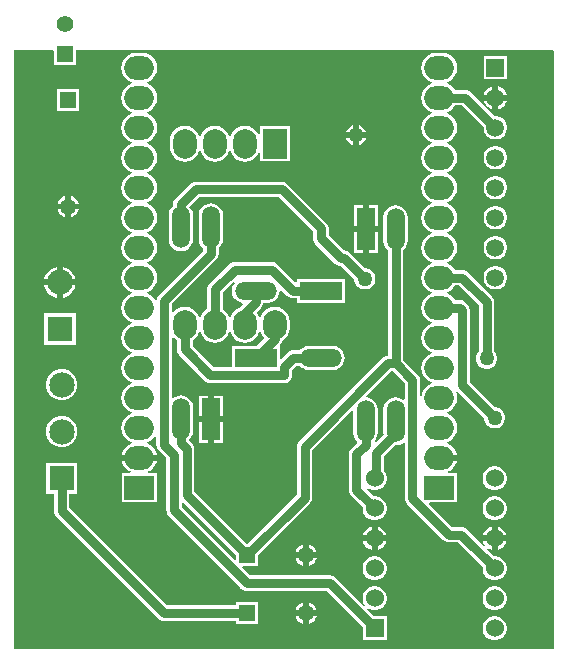
<source format=gbr>
G04*
G04 #@! TF.GenerationSoftware,Altium Limited,Altium Designer,25.0.2 (28)*
G04*
G04 Layer_Physical_Order=2*
G04 Layer_Color=16711680*
%FSLAX44Y44*%
%MOMM*%
G71*
G04*
G04 #@! TF.SameCoordinates,4711C13A-52D9-45D7-B3A0-D515BE669C82*
G04*
G04*
G04 #@! TF.FilePolarity,Positive*
G04*
G01*
G75*
%ADD38C,0.8000*%
%ADD39O,2.5000X2.0000*%
%ADD40R,2.5000X2.0000*%
%ADD41C,2.1500*%
%ADD42R,2.1500X2.1500*%
%ADD43C,1.5240*%
%ADD44R,1.5240X1.5240*%
%ADD45O,2.0000X2.5000*%
%ADD46R,2.0000X2.5000*%
%ADD47R,1.3500X1.3500*%
%ADD48C,1.3500*%
%ADD49C,1.5000*%
%ADD50R,1.5000X1.5000*%
%ADD51C,1.4000*%
%ADD52R,1.4000X1.4000*%
%ADD53R,1.3500X1.3500*%
%ADD54C,1.2700*%
%ADD55O,1.5240X3.5400*%
%ADD56R,1.5240X3.5400*%
%ADD57R,3.5400X1.5240*%
%ADD58O,3.5400X1.5240*%
G36*
X1255500Y1344622D02*
X1255500Y838500D01*
X798000D01*
Y1345479D01*
X831312Y1345482D01*
X832210Y1344584D01*
Y1333260D01*
X851290D01*
Y1345484D01*
X1254602Y1345520D01*
X1255500Y1344622D01*
D02*
G37*
%LPC*%
G36*
X1216040Y1340890D02*
X1195960D01*
Y1320810D01*
X1216040D01*
Y1340890D01*
D02*
G37*
G36*
X1208500Y1315174D02*
Y1307950D01*
X1215724D01*
X1215356Y1309325D01*
X1214034Y1311615D01*
X1212165Y1313484D01*
X1209875Y1314805D01*
X1208500Y1315174D01*
D02*
G37*
G36*
X1203500D02*
X1202125Y1314805D01*
X1199835Y1313484D01*
X1197966Y1311615D01*
X1196644Y1309325D01*
X1196276Y1307950D01*
X1203500D01*
Y1315174D01*
D02*
G37*
G36*
X1215724Y1302950D02*
X1208500D01*
Y1295726D01*
X1209875Y1296094D01*
X1212165Y1297416D01*
X1214034Y1299285D01*
X1215356Y1301575D01*
X1215724Y1302950D01*
D02*
G37*
G36*
X1203500D02*
X1196276D01*
X1196644Y1301575D01*
X1197966Y1299285D01*
X1199835Y1297416D01*
X1202125Y1296094D01*
X1203500Y1295726D01*
Y1302950D01*
D02*
G37*
G36*
X853540Y1312540D02*
X834960D01*
Y1293960D01*
X853540D01*
Y1312540D01*
D02*
G37*
G36*
X1090500Y1282284D02*
Y1276250D01*
X1096534D01*
X1096284Y1277181D01*
X1095114Y1279209D01*
X1093459Y1280864D01*
X1091431Y1282034D01*
X1090500Y1282284D01*
D02*
G37*
G36*
X1085500D02*
X1084569Y1282034D01*
X1082541Y1280864D01*
X1080886Y1279209D01*
X1079716Y1277181D01*
X1079466Y1276250D01*
X1085500D01*
Y1282284D01*
D02*
G37*
G36*
X993850Y1281648D02*
X990577Y1281217D01*
X987526Y1279954D01*
X984906Y1277943D01*
X982896Y1275324D01*
X981837Y1272767D01*
X980463D01*
X979404Y1275324D01*
X977394Y1277943D01*
X974774Y1279954D01*
X971724Y1281217D01*
X968450Y1281648D01*
X965177Y1281217D01*
X962126Y1279954D01*
X959507Y1277943D01*
X957496Y1275324D01*
X956438Y1272767D01*
X955063D01*
X954004Y1275324D01*
X951994Y1277943D01*
X949374Y1279954D01*
X946324Y1281217D01*
X943050Y1281648D01*
X939777Y1281217D01*
X936726Y1279954D01*
X934107Y1277943D01*
X932096Y1275324D01*
X930833Y1272273D01*
X930402Y1269000D01*
Y1264000D01*
X930833Y1260726D01*
X932096Y1257676D01*
X934107Y1255056D01*
X936726Y1253046D01*
X939777Y1251783D01*
X943050Y1251352D01*
X946324Y1251783D01*
X949374Y1253046D01*
X951994Y1255056D01*
X954004Y1257676D01*
X955063Y1260232D01*
X956438D01*
X957496Y1257676D01*
X959507Y1255056D01*
X962126Y1253046D01*
X965177Y1251783D01*
X968450Y1251352D01*
X971724Y1251783D01*
X974774Y1253046D01*
X977394Y1255056D01*
X979404Y1257676D01*
X980463Y1260232D01*
X981837D01*
X982896Y1257676D01*
X984906Y1255056D01*
X987526Y1253046D01*
X990577Y1251783D01*
X993850Y1251352D01*
X997124Y1251783D01*
X1000174Y1253046D01*
X1002794Y1255056D01*
X1004804Y1257676D01*
X1005440Y1259212D01*
X1006710Y1258959D01*
Y1251460D01*
X1031790D01*
Y1281540D01*
X1006710D01*
Y1274040D01*
X1005440Y1273788D01*
X1004804Y1275324D01*
X1002794Y1277943D01*
X1000174Y1279954D01*
X997124Y1281217D01*
X993850Y1281648D01*
D02*
G37*
G36*
X1096534Y1271250D02*
X1090500D01*
Y1265216D01*
X1091431Y1265466D01*
X1093459Y1266636D01*
X1095114Y1268291D01*
X1096284Y1270319D01*
X1096534Y1271250D01*
D02*
G37*
G36*
X1085500D02*
X1079466D01*
X1079716Y1270319D01*
X1080886Y1268291D01*
X1082541Y1266636D01*
X1084569Y1265466D01*
X1085500Y1265216D01*
Y1271250D01*
D02*
G37*
G36*
X1207322Y1264690D02*
X1204678D01*
X1202125Y1264006D01*
X1199835Y1262684D01*
X1197966Y1260815D01*
X1196644Y1258525D01*
X1195960Y1255972D01*
Y1253328D01*
X1196644Y1250775D01*
X1197966Y1248485D01*
X1199835Y1246616D01*
X1202125Y1245294D01*
X1204678Y1244610D01*
X1207322D01*
X1209875Y1245294D01*
X1212165Y1246616D01*
X1214034Y1248485D01*
X1215356Y1250775D01*
X1216040Y1253328D01*
Y1255972D01*
X1215356Y1258525D01*
X1214034Y1260815D01*
X1212165Y1262684D01*
X1209875Y1264006D01*
X1207322Y1264690D01*
D02*
G37*
G36*
Y1239290D02*
X1204678D01*
X1202125Y1238605D01*
X1199835Y1237284D01*
X1197966Y1235415D01*
X1196644Y1233125D01*
X1195960Y1230572D01*
Y1227928D01*
X1196644Y1225375D01*
X1197966Y1223085D01*
X1199835Y1221216D01*
X1202125Y1219894D01*
X1204678Y1219210D01*
X1207322D01*
X1209875Y1219894D01*
X1212165Y1221216D01*
X1214034Y1223085D01*
X1215356Y1225375D01*
X1216040Y1227928D01*
Y1230572D01*
X1215356Y1233125D01*
X1214034Y1235415D01*
X1212165Y1237284D01*
X1209875Y1238605D01*
X1207322Y1239290D01*
D02*
G37*
G36*
X846750Y1222198D02*
Y1215750D01*
X853198D01*
X852907Y1216836D01*
X851684Y1218954D01*
X849954Y1220684D01*
X847836Y1221907D01*
X846750Y1222198D01*
D02*
G37*
G36*
X841750D02*
X840664Y1221907D01*
X838546Y1220684D01*
X836816Y1218954D01*
X835593Y1216836D01*
X835302Y1215750D01*
X841750D01*
Y1222198D01*
D02*
G37*
G36*
X853198Y1210750D02*
X846750D01*
Y1204302D01*
X847836Y1204593D01*
X849954Y1205816D01*
X851684Y1207546D01*
X852907Y1209664D01*
X853198Y1210750D01*
D02*
G37*
G36*
X841750D02*
X835302D01*
X835593Y1209664D01*
X836816Y1207546D01*
X838546Y1205816D01*
X840664Y1204593D01*
X841750Y1204302D01*
Y1210750D01*
D02*
G37*
G36*
X1106260Y1214240D02*
X1098600D01*
Y1196500D01*
X1106260D01*
Y1214240D01*
D02*
G37*
G36*
X1093600D02*
X1085940D01*
Y1196500D01*
X1093600D01*
Y1214240D01*
D02*
G37*
G36*
X1207322Y1213890D02*
X1204678D01*
X1202125Y1213205D01*
X1199835Y1211884D01*
X1197966Y1210014D01*
X1196644Y1207725D01*
X1195960Y1205172D01*
Y1202528D01*
X1196644Y1199975D01*
X1197966Y1197685D01*
X1199835Y1195816D01*
X1202125Y1194494D01*
X1204678Y1193810D01*
X1207322D01*
X1209875Y1194494D01*
X1212165Y1195816D01*
X1214034Y1197685D01*
X1215356Y1199975D01*
X1216040Y1202528D01*
Y1205172D01*
X1215356Y1207725D01*
X1214034Y1210014D01*
X1212165Y1211884D01*
X1209875Y1213205D01*
X1207322Y1213890D01*
D02*
G37*
G36*
X1106260Y1191500D02*
X1098600D01*
Y1173760D01*
X1106260D01*
Y1191500D01*
D02*
G37*
G36*
X1093600D02*
X1085940D01*
Y1173760D01*
X1093600D01*
Y1191500D01*
D02*
G37*
G36*
X1207322Y1188490D02*
X1204678D01*
X1202125Y1187805D01*
X1199835Y1186484D01*
X1197966Y1184614D01*
X1196644Y1182325D01*
X1195960Y1179772D01*
Y1177128D01*
X1196644Y1174575D01*
X1197966Y1172285D01*
X1199835Y1170416D01*
X1202125Y1169094D01*
X1204678Y1168410D01*
X1207322D01*
X1209875Y1169094D01*
X1212165Y1170416D01*
X1214034Y1172285D01*
X1215356Y1174575D01*
X1216040Y1177128D01*
Y1179772D01*
X1215356Y1182325D01*
X1214034Y1184614D01*
X1212165Y1186484D01*
X1209875Y1187805D01*
X1207322Y1188490D01*
D02*
G37*
G36*
X839750Y1162089D02*
Y1151500D01*
X850339D01*
X849634Y1154130D01*
X847885Y1157160D01*
X845410Y1159635D01*
X842380Y1161384D01*
X839750Y1162089D01*
D02*
G37*
G36*
X834750D02*
X832120Y1161384D01*
X829090Y1159635D01*
X826615Y1157160D01*
X824866Y1154130D01*
X824161Y1151500D01*
X834750D01*
Y1162089D01*
D02*
G37*
G36*
X1025108Y1234432D02*
X952500D01*
X950793Y1234208D01*
X949202Y1233549D01*
X947836Y1232500D01*
X935086Y1219751D01*
X934037Y1218384D01*
X933379Y1216794D01*
X933154Y1215086D01*
Y1213385D01*
X932504Y1212886D01*
X930875Y1210764D01*
X929852Y1208292D01*
X929502Y1205640D01*
Y1185480D01*
X929852Y1182828D01*
X930875Y1180356D01*
X932504Y1178234D01*
X934626Y1176605D01*
X937098Y1175582D01*
X939750Y1175232D01*
X942402Y1175582D01*
X944874Y1176605D01*
X946996Y1178234D01*
X948625Y1180356D01*
X949649Y1182828D01*
X949998Y1185480D01*
Y1205640D01*
X949649Y1208292D01*
X948625Y1210764D01*
X946996Y1212886D01*
X946989Y1212996D01*
X955232Y1221240D01*
X1022376D01*
X1051640Y1191975D01*
Y1186278D01*
X1051865Y1184570D01*
X1052524Y1182980D01*
X1053572Y1181613D01*
X1070261Y1164924D01*
X1071627Y1163876D01*
X1073218Y1163217D01*
X1074926Y1162992D01*
X1075179D01*
X1086610Y1151561D01*
Y1150830D01*
X1087216Y1148569D01*
X1088386Y1146541D01*
X1090041Y1144886D01*
X1092069Y1143716D01*
X1094330Y1143110D01*
X1096670D01*
X1098931Y1143716D01*
X1100959Y1144886D01*
X1102614Y1146541D01*
X1103784Y1148569D01*
X1104390Y1150830D01*
Y1153170D01*
X1103784Y1155431D01*
X1102614Y1157459D01*
X1100959Y1159114D01*
X1098931Y1160284D01*
X1096670Y1160890D01*
X1095939D01*
X1082576Y1174253D01*
X1081210Y1175301D01*
X1079619Y1175960D01*
X1077912Y1176185D01*
X1077658D01*
X1064833Y1189010D01*
Y1194708D01*
X1064608Y1196415D01*
X1063949Y1198006D01*
X1062901Y1199372D01*
X1029772Y1232500D01*
X1028406Y1233549D01*
X1026815Y1234208D01*
X1025108Y1234432D01*
D02*
G37*
G36*
X1207322Y1163090D02*
X1204678D01*
X1202125Y1162405D01*
X1199835Y1161084D01*
X1197966Y1159214D01*
X1196644Y1156925D01*
X1195960Y1154372D01*
Y1151728D01*
X1196644Y1149174D01*
X1197966Y1146885D01*
X1199835Y1145016D01*
X1202125Y1143694D01*
X1204678Y1143010D01*
X1207322D01*
X1209875Y1143694D01*
X1212165Y1145016D01*
X1214034Y1146885D01*
X1215356Y1149174D01*
X1216040Y1151728D01*
Y1154372D01*
X1215356Y1156925D01*
X1214034Y1159214D01*
X1212165Y1161084D01*
X1209875Y1162405D01*
X1207322Y1163090D01*
D02*
G37*
G36*
X850339Y1146500D02*
X839750D01*
Y1135911D01*
X842380Y1136616D01*
X845410Y1138365D01*
X847885Y1140840D01*
X849634Y1143870D01*
X850339Y1146500D01*
D02*
G37*
G36*
X834750D02*
X824161D01*
X824866Y1143870D01*
X826615Y1140840D01*
X829090Y1138365D01*
X832120Y1136616D01*
X834750Y1135911D01*
Y1146500D01*
D02*
G37*
G36*
X850540Y1122690D02*
X823960D01*
Y1096110D01*
X850540D01*
Y1122690D01*
D02*
G37*
G36*
X1161000Y1343448D02*
X1156000D01*
X1152727Y1343017D01*
X1149676Y1341754D01*
X1147057Y1339744D01*
X1145046Y1337124D01*
X1143783Y1334074D01*
X1143352Y1330800D01*
X1143783Y1327526D01*
X1145046Y1324476D01*
X1147057Y1321856D01*
X1149676Y1319846D01*
X1152233Y1318787D01*
Y1317413D01*
X1149676Y1316354D01*
X1147057Y1314344D01*
X1145046Y1311724D01*
X1143783Y1308674D01*
X1143352Y1305400D01*
X1143783Y1302126D01*
X1145046Y1299076D01*
X1147057Y1296456D01*
X1149676Y1294446D01*
X1152233Y1293387D01*
Y1292013D01*
X1149676Y1290954D01*
X1147057Y1288944D01*
X1145046Y1286324D01*
X1143783Y1283274D01*
X1143352Y1280000D01*
X1143783Y1276726D01*
X1145046Y1273676D01*
X1147057Y1271056D01*
X1149676Y1269046D01*
X1152233Y1267987D01*
Y1266613D01*
X1149676Y1265554D01*
X1147057Y1263544D01*
X1145046Y1260924D01*
X1143783Y1257874D01*
X1143352Y1254600D01*
X1143783Y1251326D01*
X1145046Y1248276D01*
X1147057Y1245656D01*
X1149676Y1243646D01*
X1152233Y1242587D01*
Y1241213D01*
X1149676Y1240154D01*
X1147057Y1238144D01*
X1145046Y1235524D01*
X1143783Y1232474D01*
X1143352Y1229200D01*
X1143783Y1225926D01*
X1145046Y1222876D01*
X1147057Y1220256D01*
X1149676Y1218246D01*
X1152233Y1217187D01*
Y1215813D01*
X1149676Y1214754D01*
X1147057Y1212744D01*
X1145046Y1210124D01*
X1143783Y1207074D01*
X1143352Y1203800D01*
X1143783Y1200526D01*
X1145046Y1197476D01*
X1147057Y1194856D01*
X1149676Y1192846D01*
X1152233Y1191787D01*
Y1190413D01*
X1149676Y1189354D01*
X1147057Y1187344D01*
X1145046Y1184724D01*
X1143783Y1181674D01*
X1143352Y1178400D01*
X1143783Y1175126D01*
X1145046Y1172076D01*
X1147057Y1169456D01*
X1149676Y1167446D01*
X1152233Y1166387D01*
Y1165013D01*
X1149676Y1163954D01*
X1147057Y1161944D01*
X1145046Y1159324D01*
X1143783Y1156274D01*
X1143352Y1153000D01*
X1143783Y1149726D01*
X1145046Y1146676D01*
X1147057Y1144056D01*
X1149676Y1142046D01*
X1152233Y1140987D01*
Y1139613D01*
X1149676Y1138554D01*
X1147057Y1136544D01*
X1145046Y1133924D01*
X1143783Y1130874D01*
X1143352Y1127600D01*
X1143783Y1124326D01*
X1145046Y1121276D01*
X1147057Y1118656D01*
X1149676Y1116646D01*
X1152233Y1115587D01*
Y1114213D01*
X1149676Y1113154D01*
X1147057Y1111144D01*
X1145046Y1108524D01*
X1143783Y1105474D01*
X1143352Y1102200D01*
X1143783Y1098926D01*
X1145046Y1095876D01*
X1147057Y1093256D01*
X1149676Y1091246D01*
X1152233Y1090187D01*
Y1088813D01*
X1149676Y1087754D01*
X1147057Y1085744D01*
X1145046Y1083124D01*
X1143783Y1080074D01*
X1143352Y1076800D01*
X1143783Y1073526D01*
X1145046Y1070476D01*
X1147057Y1067856D01*
X1149676Y1065846D01*
X1152233Y1064787D01*
Y1063413D01*
X1149676Y1062354D01*
X1147057Y1060344D01*
X1145046Y1057724D01*
X1143783Y1054674D01*
X1143526Y1052725D01*
X1142256Y1052809D01*
Y1066353D01*
X1142032Y1068061D01*
X1141373Y1069652D01*
X1140324Y1071018D01*
X1128096Y1083246D01*
Y1176175D01*
X1128746Y1176674D01*
X1130375Y1178796D01*
X1131398Y1181268D01*
X1131748Y1183920D01*
Y1204080D01*
X1131398Y1206732D01*
X1130375Y1209204D01*
X1128746Y1211326D01*
X1126624Y1212955D01*
X1124152Y1213979D01*
X1121500Y1214328D01*
X1118848Y1213979D01*
X1116376Y1212955D01*
X1114254Y1211326D01*
X1112625Y1209204D01*
X1111601Y1206732D01*
X1111252Y1204080D01*
Y1183920D01*
X1111601Y1181268D01*
X1112625Y1178796D01*
X1114254Y1176674D01*
X1114903Y1176175D01*
Y1087088D01*
X1113361Y1086885D01*
X1111770Y1086226D01*
X1110404Y1085178D01*
X1039703Y1014477D01*
X1038655Y1013111D01*
X1037996Y1011520D01*
X1037771Y1009813D01*
Y969600D01*
X995750Y927579D01*
X951217Y972112D01*
Y1007950D01*
X950992Y1009658D01*
X950333Y1011248D01*
X949285Y1012615D01*
X946949Y1014951D01*
X946996Y1015674D01*
X948625Y1017796D01*
X949649Y1020268D01*
X949998Y1022920D01*
Y1043080D01*
X949649Y1045732D01*
X948625Y1048204D01*
X946996Y1050326D01*
X944874Y1051955D01*
X942402Y1052979D01*
X939750Y1053328D01*
X937098Y1052979D01*
X934626Y1051955D01*
X933442Y1051047D01*
X932172Y1051673D01*
Y1102202D01*
X933375Y1102610D01*
X934107Y1101656D01*
X936454Y1099855D01*
Y1092200D01*
X936678Y1090493D01*
X937337Y1088902D01*
X938386Y1087536D01*
X959976Y1065946D01*
X961342Y1064897D01*
X962933Y1064238D01*
X964640Y1064014D01*
X1027430D01*
X1029137Y1064238D01*
X1030728Y1064897D01*
X1032094Y1065946D01*
X1033143Y1067312D01*
X1033802Y1068903D01*
X1034026Y1070610D01*
Y1074648D01*
X1037782Y1078404D01*
X1040425D01*
X1040924Y1077754D01*
X1043046Y1076125D01*
X1045518Y1075101D01*
X1048170Y1074752D01*
X1068330D01*
X1070982Y1075101D01*
X1073454Y1076125D01*
X1075576Y1077754D01*
X1077205Y1079876D01*
X1078229Y1082348D01*
X1078578Y1085000D01*
X1078229Y1087652D01*
X1077205Y1090124D01*
X1075576Y1092246D01*
X1073454Y1093875D01*
X1070982Y1094899D01*
X1068330Y1095248D01*
X1048170D01*
X1045518Y1094899D01*
X1043046Y1093875D01*
X1040924Y1092246D01*
X1040425Y1091597D01*
X1035050D01*
X1033343Y1091372D01*
X1031752Y1090713D01*
X1030386Y1089665D01*
X1024413Y1083692D01*
X1023240Y1084178D01*
Y1095160D01*
X1023240Y1095160D01*
X1023240D01*
X1023627Y1096299D01*
X1023915Y1096586D01*
X1024963Y1097952D01*
X1025622Y1099543D01*
X1025642Y1099699D01*
X1028194Y1101656D01*
X1030204Y1104276D01*
X1031467Y1107327D01*
X1031898Y1110600D01*
Y1115600D01*
X1031467Y1118874D01*
X1030204Y1121924D01*
X1028194Y1124544D01*
X1025574Y1126554D01*
X1022524Y1127817D01*
X1019250Y1128248D01*
X1015977Y1127817D01*
X1012926Y1126554D01*
X1010306Y1124544D01*
X1008297Y1121924D01*
X1007237Y1119368D01*
X1005863D01*
X1004804Y1121924D01*
X1003660Y1123415D01*
X1007664Y1127419D01*
X1008712Y1128785D01*
X1009371Y1130376D01*
X1009553Y1131752D01*
X1013080D01*
X1015732Y1132102D01*
X1018204Y1133125D01*
X1020326Y1134754D01*
X1021955Y1136876D01*
X1022979Y1139348D01*
X1023309Y1141855D01*
X1024116Y1142389D01*
X1024421Y1142539D01*
X1029624Y1137336D01*
X1030990Y1136288D01*
X1032581Y1135629D01*
X1034288Y1135404D01*
X1038010D01*
Y1131840D01*
X1078490D01*
Y1152160D01*
X1038010D01*
Y1149273D01*
X1036740Y1148877D01*
X1021189Y1164428D01*
X1019822Y1165477D01*
X1018232Y1166136D01*
X1016524Y1166360D01*
X985214D01*
X983507Y1166136D01*
X981916Y1165477D01*
X980550Y1164428D01*
X963786Y1147664D01*
X962738Y1146298D01*
X962078Y1144707D01*
X961854Y1143000D01*
Y1126345D01*
X959507Y1124544D01*
X957496Y1121924D01*
X956438Y1119368D01*
X955063D01*
X954004Y1121924D01*
X951994Y1124544D01*
X949374Y1126554D01*
X946324Y1127817D01*
X943050Y1128248D01*
X939777Y1127817D01*
X936726Y1126554D01*
X934107Y1124544D01*
X933375Y1123590D01*
X932172Y1123999D01*
Y1130870D01*
X969815Y1168512D01*
X970863Y1169878D01*
X971522Y1171469D01*
X971747Y1173176D01*
Y1177735D01*
X972396Y1178234D01*
X974025Y1180356D01*
X975049Y1182828D01*
X975398Y1185480D01*
Y1205640D01*
X975049Y1208292D01*
X974025Y1210764D01*
X972396Y1212886D01*
X970274Y1214515D01*
X967802Y1215538D01*
X965150Y1215888D01*
X962498Y1215538D01*
X960026Y1214515D01*
X957904Y1212886D01*
X956275Y1210764D01*
X955251Y1208292D01*
X954902Y1205640D01*
Y1185480D01*
X955251Y1182828D01*
X956275Y1180356D01*
X957904Y1178234D01*
X958554Y1177735D01*
Y1175909D01*
X920912Y1138266D01*
X919863Y1136900D01*
X919204Y1135309D01*
X919091Y1134446D01*
X918663Y1134250D01*
X917772Y1134161D01*
X915944Y1136544D01*
X913324Y1138554D01*
X910768Y1139613D01*
Y1140987D01*
X913324Y1142046D01*
X915944Y1144056D01*
X917954Y1146676D01*
X919217Y1149726D01*
X919648Y1153000D01*
X919217Y1156274D01*
X917954Y1159324D01*
X915944Y1161944D01*
X913324Y1163954D01*
X910768Y1165013D01*
Y1166387D01*
X913324Y1167446D01*
X915944Y1169456D01*
X917954Y1172076D01*
X919217Y1175126D01*
X919648Y1178400D01*
X919217Y1181674D01*
X917954Y1184724D01*
X915944Y1187344D01*
X913324Y1189354D01*
X910768Y1190413D01*
Y1191787D01*
X913324Y1192846D01*
X915944Y1194856D01*
X917954Y1197476D01*
X919217Y1200526D01*
X919648Y1203800D01*
X919217Y1207074D01*
X917954Y1210124D01*
X915944Y1212744D01*
X913324Y1214754D01*
X910768Y1215813D01*
Y1217187D01*
X913324Y1218246D01*
X915944Y1220256D01*
X917954Y1222876D01*
X919217Y1225926D01*
X919648Y1229200D01*
X919217Y1232474D01*
X917954Y1235524D01*
X915944Y1238144D01*
X913324Y1240154D01*
X910768Y1241213D01*
Y1242587D01*
X913324Y1243646D01*
X915944Y1245656D01*
X917954Y1248276D01*
X919217Y1251326D01*
X919648Y1254600D01*
X919217Y1257874D01*
X917954Y1260924D01*
X915944Y1263544D01*
X913324Y1265554D01*
X910768Y1266613D01*
Y1267987D01*
X913324Y1269046D01*
X915944Y1271056D01*
X917954Y1273676D01*
X919217Y1276726D01*
X919648Y1280000D01*
X919217Y1283274D01*
X917954Y1286324D01*
X915944Y1288944D01*
X913324Y1290954D01*
X910768Y1292013D01*
Y1293387D01*
X913324Y1294446D01*
X915944Y1296456D01*
X917954Y1299076D01*
X919217Y1302126D01*
X919648Y1305400D01*
X919217Y1308674D01*
X917954Y1311724D01*
X915944Y1314344D01*
X913324Y1316354D01*
X910768Y1317413D01*
Y1318787D01*
X913324Y1319846D01*
X915944Y1321856D01*
X917954Y1324476D01*
X919217Y1327526D01*
X919648Y1330800D01*
X919217Y1334074D01*
X917954Y1337124D01*
X915944Y1339744D01*
X913324Y1341754D01*
X910274Y1343017D01*
X907000Y1343448D01*
X902000D01*
X898727Y1343017D01*
X895676Y1341754D01*
X893056Y1339744D01*
X891046Y1337124D01*
X889783Y1334074D01*
X889352Y1330800D01*
X889783Y1327526D01*
X891046Y1324476D01*
X893056Y1321856D01*
X895676Y1319846D01*
X898233Y1318787D01*
Y1317413D01*
X895676Y1316354D01*
X893056Y1314344D01*
X891046Y1311724D01*
X889783Y1308674D01*
X889352Y1305400D01*
X889783Y1302126D01*
X891046Y1299076D01*
X893056Y1296456D01*
X895676Y1294446D01*
X898233Y1293387D01*
Y1292013D01*
X895676Y1290954D01*
X893056Y1288944D01*
X891046Y1286324D01*
X889783Y1283274D01*
X889352Y1280000D01*
X889783Y1276726D01*
X891046Y1273676D01*
X893056Y1271056D01*
X895676Y1269046D01*
X898233Y1267987D01*
Y1266613D01*
X895676Y1265554D01*
X893056Y1263544D01*
X891046Y1260924D01*
X889783Y1257874D01*
X889352Y1254600D01*
X889783Y1251326D01*
X891046Y1248276D01*
X893056Y1245656D01*
X895676Y1243646D01*
X898233Y1242587D01*
Y1241213D01*
X895676Y1240154D01*
X893056Y1238144D01*
X891046Y1235524D01*
X889783Y1232474D01*
X889352Y1229200D01*
X889783Y1225926D01*
X891046Y1222876D01*
X893056Y1220256D01*
X895676Y1218246D01*
X898233Y1217187D01*
Y1215813D01*
X895676Y1214754D01*
X893056Y1212744D01*
X891046Y1210124D01*
X889783Y1207074D01*
X889352Y1203800D01*
X889783Y1200526D01*
X891046Y1197476D01*
X893056Y1194856D01*
X895676Y1192846D01*
X898233Y1191787D01*
Y1190413D01*
X895676Y1189354D01*
X893056Y1187344D01*
X891046Y1184724D01*
X889783Y1181674D01*
X889352Y1178400D01*
X889783Y1175126D01*
X891046Y1172076D01*
X893056Y1169456D01*
X895676Y1167446D01*
X898233Y1166387D01*
Y1165013D01*
X895676Y1163954D01*
X893056Y1161944D01*
X891046Y1159324D01*
X889783Y1156274D01*
X889352Y1153000D01*
X889783Y1149726D01*
X891046Y1146676D01*
X893056Y1144056D01*
X895676Y1142046D01*
X898233Y1140987D01*
Y1139613D01*
X895676Y1138554D01*
X893056Y1136544D01*
X891046Y1133924D01*
X889783Y1130874D01*
X889352Y1127600D01*
X889783Y1124326D01*
X891046Y1121276D01*
X893056Y1118656D01*
X895676Y1116646D01*
X898233Y1115587D01*
Y1114213D01*
X895676Y1113154D01*
X893056Y1111144D01*
X891046Y1108524D01*
X889783Y1105474D01*
X889352Y1102200D01*
X889783Y1098926D01*
X891046Y1095876D01*
X893056Y1093256D01*
X895676Y1091246D01*
X898233Y1090187D01*
Y1088813D01*
X895676Y1087754D01*
X893056Y1085744D01*
X891046Y1083124D01*
X889783Y1080074D01*
X889352Y1076800D01*
X889783Y1073526D01*
X891046Y1070476D01*
X893056Y1067856D01*
X895676Y1065846D01*
X898233Y1064787D01*
Y1063413D01*
X895676Y1062354D01*
X893056Y1060344D01*
X891046Y1057724D01*
X889783Y1054674D01*
X889352Y1051400D01*
X889783Y1048126D01*
X891046Y1045076D01*
X893056Y1042456D01*
X895676Y1040446D01*
X898233Y1039387D01*
Y1038013D01*
X895676Y1036954D01*
X893056Y1034944D01*
X891046Y1032324D01*
X889783Y1029274D01*
X889352Y1026000D01*
X889783Y1022726D01*
X891046Y1019676D01*
X893056Y1017056D01*
X895676Y1015046D01*
X898233Y1013987D01*
Y1012613D01*
X895676Y1011554D01*
X893056Y1009544D01*
X891046Y1006924D01*
X889783Y1003874D01*
X889681Y1003100D01*
X919319D01*
X919217Y1003874D01*
X917954Y1006924D01*
X915944Y1009544D01*
X913324Y1011554D01*
X910768Y1012613D01*
Y1013987D01*
X913324Y1015046D01*
X915944Y1017056D01*
X917710Y1019358D01*
X918980Y1018971D01*
Y1011445D01*
X919204Y1009737D01*
X919863Y1008147D01*
X920912Y1006780D01*
X927484Y1000208D01*
Y955934D01*
X927709Y954226D01*
X928368Y952635D01*
X929416Y951269D01*
X991016Y889670D01*
X992382Y888621D01*
X993973Y887962D01*
X995680Y887738D01*
X1062934D01*
X1093590Y857081D01*
Y846090D01*
X1113910D01*
Y866410D01*
X1102919D01*
X1096953Y872376D01*
X1097733Y873392D01*
X1099828Y872182D01*
X1102412Y871490D01*
X1105088D01*
X1107672Y872182D01*
X1109988Y873520D01*
X1111880Y875412D01*
X1113218Y877728D01*
X1113910Y880312D01*
Y882988D01*
X1113218Y885572D01*
X1111880Y887888D01*
X1109988Y889780D01*
X1107672Y891118D01*
X1105088Y891810D01*
X1102412D01*
X1099828Y891118D01*
X1097512Y889780D01*
X1095620Y887888D01*
X1094282Y885572D01*
X1093590Y882988D01*
Y880312D01*
X1094282Y877728D01*
X1095492Y875633D01*
X1094476Y874853D01*
X1070331Y898998D01*
X1068964Y900047D01*
X1067373Y900706D01*
X1065666Y900930D01*
X998412D01*
X991556Y907787D01*
X992042Y908960D01*
X1005040D01*
Y918211D01*
X1049032Y962203D01*
X1050080Y963569D01*
X1050739Y965160D01*
X1050964Y966867D01*
Y1007081D01*
X1084582Y1040699D01*
X1085852Y1040173D01*
Y1021360D01*
X1086201Y1018708D01*
X1087225Y1016236D01*
X1088854Y1014114D01*
X1088906Y1013309D01*
X1083726Y1008129D01*
X1082677Y1006762D01*
X1082018Y1005171D01*
X1081794Y1003464D01*
Y973210D01*
X1082018Y971503D01*
X1082677Y969912D01*
X1083726Y968546D01*
X1093590Y958681D01*
Y956512D01*
X1094282Y953928D01*
X1095620Y951612D01*
X1097512Y949720D01*
X1099828Y948382D01*
X1102412Y947690D01*
X1105088D01*
X1107672Y948382D01*
X1109988Y949720D01*
X1111880Y951612D01*
X1113218Y953928D01*
X1113910Y956512D01*
Y959188D01*
X1113218Y961772D01*
X1111880Y964088D01*
X1109988Y965980D01*
X1107672Y967318D01*
X1105088Y968010D01*
X1102919D01*
X1096953Y973976D01*
X1097733Y974992D01*
X1099828Y973782D01*
X1102412Y973090D01*
X1105088D01*
X1107672Y973782D01*
X1109988Y975120D01*
X1111880Y977012D01*
X1113218Y979328D01*
X1113910Y981912D01*
Y984588D01*
X1113218Y987172D01*
X1111880Y989488D01*
X1111566Y989803D01*
Y1002097D01*
X1120688Y1011219D01*
X1121500Y1011112D01*
X1124152Y1011461D01*
X1126624Y1012485D01*
X1127794Y1013383D01*
X1129063Y1012756D01*
Y966291D01*
X1129288Y964584D01*
X1129947Y962993D01*
X1130996Y961627D01*
X1161823Y930799D01*
X1163190Y929751D01*
X1164781Y929092D01*
X1166488Y928867D01*
X1174204D01*
X1195190Y907881D01*
Y905712D01*
X1195882Y903128D01*
X1197220Y900812D01*
X1199111Y898920D01*
X1201428Y897582D01*
X1204012Y896890D01*
X1206687D01*
X1209271Y897582D01*
X1211588Y898920D01*
X1213480Y900812D01*
X1214818Y903128D01*
X1215510Y905712D01*
Y908388D01*
X1214818Y910972D01*
X1213480Y913288D01*
X1211588Y915180D01*
X1209271Y916518D01*
X1206687Y917210D01*
X1204519D01*
X1198553Y923176D01*
X1199333Y924192D01*
X1201428Y922982D01*
X1202850Y922601D01*
Y929950D01*
X1195501D01*
X1195882Y928528D01*
X1197092Y926433D01*
X1196076Y925653D01*
X1181601Y940128D01*
X1180235Y941176D01*
X1178644Y941835D01*
X1176937Y942060D01*
X1169220D01*
X1149793Y961487D01*
X1150279Y962660D01*
X1173540D01*
Y987740D01*
X1166041D01*
X1165788Y989010D01*
X1167324Y989646D01*
X1169944Y991656D01*
X1171954Y994276D01*
X1173217Y997326D01*
X1173319Y998100D01*
X1158500D01*
Y1003100D01*
X1173319D01*
X1173217Y1003874D01*
X1171954Y1006924D01*
X1169944Y1009544D01*
X1167324Y1011554D01*
X1164768Y1012613D01*
Y1013987D01*
X1167324Y1015046D01*
X1169944Y1017056D01*
X1171954Y1019676D01*
X1173217Y1022726D01*
X1173648Y1026000D01*
X1173217Y1029274D01*
X1171954Y1032324D01*
X1169944Y1034944D01*
X1167324Y1036954D01*
X1164768Y1038013D01*
Y1039387D01*
X1167324Y1040446D01*
X1169944Y1042456D01*
X1171954Y1045076D01*
X1173217Y1048126D01*
X1173648Y1051400D01*
X1173217Y1054674D01*
X1172682Y1055965D01*
X1173759Y1056684D01*
X1196460Y1033983D01*
Y1033252D01*
X1197066Y1030991D01*
X1198236Y1028963D01*
X1199891Y1027308D01*
X1201918Y1026138D01*
X1204180Y1025532D01*
X1206520D01*
X1208781Y1026138D01*
X1210808Y1027308D01*
X1212464Y1028963D01*
X1213634Y1030991D01*
X1214240Y1033252D01*
Y1035592D01*
X1213634Y1037853D01*
X1212464Y1039881D01*
X1210808Y1041536D01*
X1208781Y1042706D01*
X1206520Y1043312D01*
X1205789D01*
X1184140Y1064960D01*
Y1125822D01*
X1183916Y1127529D01*
X1183257Y1129120D01*
X1182208Y1130486D01*
X1180430Y1132264D01*
X1179064Y1133313D01*
X1177473Y1133972D01*
X1175766Y1134196D01*
X1171745D01*
X1169944Y1136544D01*
X1167324Y1138554D01*
X1164768Y1139613D01*
Y1140987D01*
X1167324Y1142046D01*
X1169944Y1144056D01*
X1171745Y1146404D01*
X1175226D01*
X1192030Y1129600D01*
Y1090556D01*
X1191512Y1090039D01*
X1190342Y1088011D01*
X1189736Y1085750D01*
Y1083410D01*
X1190342Y1081149D01*
X1191512Y1079121D01*
X1193167Y1077466D01*
X1195195Y1076296D01*
X1197456Y1075690D01*
X1199796D01*
X1202057Y1076296D01*
X1204085Y1077466D01*
X1205740Y1079121D01*
X1206910Y1081149D01*
X1207516Y1083410D01*
Y1085750D01*
X1206910Y1088011D01*
X1205740Y1090039D01*
X1205222Y1090556D01*
Y1132332D01*
X1204998Y1134039D01*
X1204339Y1135630D01*
X1203290Y1136996D01*
X1182622Y1157664D01*
X1181256Y1158713D01*
X1179665Y1159372D01*
X1177958Y1159596D01*
X1171745D01*
X1169944Y1161944D01*
X1167324Y1163954D01*
X1164768Y1165013D01*
Y1166387D01*
X1167324Y1167446D01*
X1169944Y1169456D01*
X1171954Y1172076D01*
X1173217Y1175126D01*
X1173648Y1178400D01*
X1173217Y1181674D01*
X1171954Y1184724D01*
X1169944Y1187344D01*
X1167324Y1189354D01*
X1164768Y1190413D01*
Y1191787D01*
X1167324Y1192846D01*
X1169944Y1194856D01*
X1171954Y1197476D01*
X1173217Y1200526D01*
X1173648Y1203800D01*
X1173217Y1207074D01*
X1171954Y1210124D01*
X1169944Y1212744D01*
X1167324Y1214754D01*
X1164768Y1215813D01*
Y1217187D01*
X1167324Y1218246D01*
X1169944Y1220256D01*
X1171954Y1222876D01*
X1173217Y1225926D01*
X1173648Y1229200D01*
X1173217Y1232474D01*
X1171954Y1235524D01*
X1169944Y1238144D01*
X1167324Y1240154D01*
X1164768Y1241213D01*
Y1242587D01*
X1167324Y1243646D01*
X1169944Y1245656D01*
X1171954Y1248276D01*
X1173217Y1251326D01*
X1173648Y1254600D01*
X1173217Y1257874D01*
X1171954Y1260924D01*
X1169944Y1263544D01*
X1167324Y1265554D01*
X1164768Y1266613D01*
Y1267987D01*
X1167324Y1269046D01*
X1169944Y1271056D01*
X1171954Y1273676D01*
X1173217Y1276726D01*
X1173648Y1280000D01*
X1173217Y1283274D01*
X1171954Y1286324D01*
X1169944Y1288944D01*
X1167324Y1290954D01*
X1164768Y1292013D01*
Y1293387D01*
X1167324Y1294446D01*
X1169944Y1296456D01*
X1171745Y1298804D01*
X1177918D01*
X1195960Y1280761D01*
Y1278728D01*
X1196644Y1276174D01*
X1197966Y1273885D01*
X1199835Y1272016D01*
X1202125Y1270694D01*
X1204678Y1270010D01*
X1207322D01*
X1209875Y1270694D01*
X1212165Y1272016D01*
X1214034Y1273885D01*
X1215356Y1276174D01*
X1216040Y1278728D01*
Y1281372D01*
X1215356Y1283925D01*
X1214034Y1286214D01*
X1212165Y1288084D01*
X1209875Y1289406D01*
X1207322Y1290090D01*
X1205289D01*
X1185314Y1310064D01*
X1183948Y1311113D01*
X1182357Y1311772D01*
X1180650Y1311996D01*
X1171745D01*
X1169944Y1314344D01*
X1167324Y1316354D01*
X1164768Y1317413D01*
Y1318787D01*
X1167324Y1319846D01*
X1169944Y1321856D01*
X1171954Y1324476D01*
X1173217Y1327526D01*
X1173648Y1330800D01*
X1173217Y1334074D01*
X1171954Y1337124D01*
X1169944Y1339744D01*
X1167324Y1341754D01*
X1164274Y1343017D01*
X1161000Y1343448D01*
D02*
G37*
G36*
X840500Y1075640D02*
X837001D01*
X833620Y1074734D01*
X830590Y1072985D01*
X828115Y1070510D01*
X826366Y1067480D01*
X825460Y1064100D01*
Y1060600D01*
X826366Y1057220D01*
X828115Y1054190D01*
X830590Y1051715D01*
X833620Y1049966D01*
X837001Y1049060D01*
X840500D01*
X843880Y1049966D01*
X846910Y1051715D01*
X849385Y1054190D01*
X851134Y1057220D01*
X852040Y1060600D01*
Y1064100D01*
X851134Y1067480D01*
X849385Y1070510D01*
X846910Y1072985D01*
X843880Y1074734D01*
X840500Y1075640D01*
D02*
G37*
G36*
X975310Y1053240D02*
X967650D01*
Y1035500D01*
X975310D01*
Y1053240D01*
D02*
G37*
G36*
X962650D02*
X954990D01*
Y1035500D01*
X962650D01*
Y1053240D01*
D02*
G37*
G36*
X975310Y1030500D02*
X967650D01*
Y1012760D01*
X975310D01*
Y1030500D01*
D02*
G37*
G36*
X962650D02*
X954990D01*
Y1012760D01*
X962650D01*
Y1030500D01*
D02*
G37*
G36*
X840500Y1036040D02*
X837001D01*
X833620Y1035134D01*
X830590Y1033384D01*
X828115Y1030910D01*
X826366Y1027880D01*
X825460Y1024499D01*
Y1021000D01*
X826366Y1017620D01*
X828115Y1014589D01*
X830590Y1012115D01*
X833620Y1010366D01*
X837001Y1009460D01*
X840500D01*
X843880Y1010366D01*
X846910Y1012115D01*
X849385Y1014589D01*
X851134Y1017620D01*
X852040Y1021000D01*
Y1024499D01*
X851134Y1027880D01*
X849385Y1030910D01*
X846910Y1033384D01*
X843880Y1035134D01*
X840500Y1036040D01*
D02*
G37*
G36*
X1206687Y993410D02*
X1204012D01*
X1201428Y992718D01*
X1199111Y991380D01*
X1197220Y989488D01*
X1195882Y987172D01*
X1195190Y984588D01*
Y981912D01*
X1195882Y979328D01*
X1197220Y977012D01*
X1199111Y975120D01*
X1201428Y973782D01*
X1204012Y973090D01*
X1206687D01*
X1209271Y973782D01*
X1211588Y975120D01*
X1213480Y977012D01*
X1214818Y979328D01*
X1215510Y981912D01*
Y984588D01*
X1214818Y987172D01*
X1213480Y989488D01*
X1211588Y991380D01*
X1209271Y992718D01*
X1206687Y993410D01*
D02*
G37*
G36*
X919319Y998100D02*
X889681D01*
X889783Y997326D01*
X891046Y994276D01*
X893056Y991656D01*
X895676Y989646D01*
X897212Y989010D01*
X896960Y987740D01*
X889460D01*
Y962660D01*
X919540D01*
Y987740D01*
X912041D01*
X911788Y989010D01*
X913324Y989646D01*
X915944Y991656D01*
X917954Y994276D01*
X919217Y997326D01*
X919319Y998100D01*
D02*
G37*
G36*
X1206687Y968010D02*
X1204012D01*
X1201428Y967318D01*
X1199111Y965980D01*
X1197220Y964088D01*
X1195882Y961772D01*
X1195190Y959188D01*
Y956512D01*
X1195882Y953928D01*
X1197220Y951612D01*
X1199111Y949720D01*
X1201428Y948382D01*
X1204012Y947690D01*
X1206687D01*
X1209271Y948382D01*
X1211588Y949720D01*
X1213480Y951612D01*
X1214818Y953928D01*
X1215510Y956512D01*
Y959188D01*
X1214818Y961772D01*
X1213480Y964088D01*
X1211588Y965980D01*
X1209271Y967318D01*
X1206687Y968010D01*
D02*
G37*
G36*
X1207850Y942299D02*
Y934950D01*
X1215199D01*
X1214818Y936372D01*
X1213480Y938688D01*
X1211588Y940580D01*
X1209271Y941918D01*
X1207850Y942299D01*
D02*
G37*
G36*
X1202850D02*
X1201428Y941918D01*
X1199111Y940580D01*
X1197220Y938688D01*
X1195882Y936372D01*
X1195501Y934950D01*
X1202850D01*
Y942299D01*
D02*
G37*
G36*
X1106250D02*
Y934950D01*
X1113598D01*
X1113218Y936372D01*
X1111880Y938688D01*
X1109988Y940580D01*
X1107672Y941918D01*
X1106250Y942299D01*
D02*
G37*
G36*
X1101250D02*
X1099828Y941918D01*
X1097512Y940580D01*
X1095620Y938688D01*
X1094282Y936372D01*
X1093901Y934950D01*
X1101250D01*
Y942299D01*
D02*
G37*
G36*
X1215199Y929950D02*
X1207850D01*
Y922601D01*
X1209271Y922982D01*
X1211588Y924320D01*
X1213480Y926212D01*
X1214818Y928528D01*
X1215199Y929950D01*
D02*
G37*
G36*
X1113598D02*
X1106250D01*
Y922601D01*
X1107672Y922982D01*
X1109988Y924320D01*
X1111880Y926212D01*
X1113218Y928528D01*
X1113598Y929950D01*
D02*
G37*
G36*
X1101250D02*
X1093901D01*
X1094282Y928528D01*
X1095620Y926212D01*
X1097512Y924320D01*
X1099828Y922982D01*
X1101250Y922601D01*
Y929950D01*
D02*
G37*
G36*
X1048250Y927198D02*
Y920750D01*
X1054698D01*
X1054407Y921836D01*
X1053184Y923954D01*
X1051454Y925684D01*
X1049336Y926907D01*
X1048250Y927198D01*
D02*
G37*
G36*
X1043250D02*
X1042164Y926907D01*
X1040046Y925684D01*
X1038316Y923954D01*
X1037093Y921836D01*
X1036802Y920750D01*
X1043250D01*
Y927198D01*
D02*
G37*
G36*
X1054698Y915750D02*
X1048250D01*
Y909302D01*
X1049336Y909593D01*
X1051454Y910816D01*
X1053184Y912546D01*
X1054407Y914664D01*
X1054698Y915750D01*
D02*
G37*
G36*
X1043250D02*
X1036802D01*
X1037093Y914664D01*
X1038316Y912546D01*
X1040046Y910816D01*
X1042164Y909593D01*
X1043250Y909302D01*
Y915750D01*
D02*
G37*
G36*
X1105088Y917210D02*
X1102412D01*
X1099828Y916518D01*
X1097512Y915180D01*
X1095620Y913288D01*
X1094282Y910972D01*
X1093590Y908388D01*
Y905712D01*
X1094282Y903128D01*
X1095620Y900812D01*
X1097512Y898920D01*
X1099828Y897582D01*
X1102412Y896890D01*
X1105088D01*
X1107672Y897582D01*
X1109988Y898920D01*
X1111880Y900812D01*
X1113218Y903128D01*
X1113910Y905712D01*
Y908388D01*
X1113218Y910972D01*
X1111880Y913288D01*
X1109988Y915180D01*
X1107672Y916518D01*
X1105088Y917210D01*
D02*
G37*
G36*
X1048250Y877948D02*
Y871500D01*
X1054698D01*
X1054407Y872586D01*
X1053184Y874704D01*
X1051454Y876434D01*
X1049336Y877657D01*
X1048250Y877948D01*
D02*
G37*
G36*
X1043250D02*
X1042164Y877657D01*
X1040046Y876434D01*
X1038316Y874704D01*
X1037093Y872586D01*
X1036802Y871500D01*
X1043250D01*
Y877948D01*
D02*
G37*
G36*
X1206687Y891810D02*
X1204012D01*
X1201428Y891118D01*
X1199111Y889780D01*
X1197220Y887888D01*
X1195882Y885572D01*
X1195190Y882988D01*
Y880312D01*
X1195882Y877728D01*
X1197220Y875412D01*
X1199111Y873520D01*
X1201428Y872182D01*
X1204012Y871490D01*
X1206687D01*
X1209271Y872182D01*
X1211588Y873520D01*
X1213480Y875412D01*
X1214818Y877728D01*
X1215510Y880312D01*
Y882988D01*
X1214818Y885572D01*
X1213480Y887888D01*
X1211588Y889780D01*
X1209271Y891118D01*
X1206687Y891810D01*
D02*
G37*
G36*
X1054698Y866500D02*
X1048250D01*
Y860052D01*
X1049336Y860343D01*
X1051454Y861566D01*
X1053184Y863296D01*
X1054407Y865414D01*
X1054698Y866500D01*
D02*
G37*
G36*
X1043250D02*
X1036802D01*
X1037093Y865414D01*
X1038316Y863296D01*
X1040046Y861566D01*
X1042164Y860343D01*
X1043250Y860052D01*
Y866500D01*
D02*
G37*
G36*
X852040Y996440D02*
X825460D01*
Y969860D01*
X832154D01*
Y955750D01*
X832378Y954043D01*
X833037Y952452D01*
X834086Y951085D01*
X920836Y864336D01*
X922202Y863287D01*
X923793Y862628D01*
X925500Y862404D01*
X986460D01*
Y859710D01*
X1005040D01*
Y878290D01*
X986460D01*
Y875596D01*
X928232D01*
X845347Y958482D01*
Y969860D01*
X852040D01*
Y996440D01*
D02*
G37*
G36*
X1206687Y866410D02*
X1204012D01*
X1201428Y865718D01*
X1199111Y864380D01*
X1197220Y862488D01*
X1195882Y860172D01*
X1195190Y857588D01*
Y854912D01*
X1195882Y852328D01*
X1197220Y850012D01*
X1199111Y848120D01*
X1201428Y846782D01*
X1204012Y846090D01*
X1206687D01*
X1209271Y846782D01*
X1211588Y848120D01*
X1213480Y850012D01*
X1214818Y852328D01*
X1215510Y854912D01*
Y857588D01*
X1214818Y860172D01*
X1213480Y862488D01*
X1211588Y864380D01*
X1209271Y865718D01*
X1206687Y866410D01*
D02*
G37*
%LPD*%
G36*
X985188Y1148613D02*
X984045Y1147124D01*
X983021Y1144652D01*
X982672Y1142000D01*
X983021Y1139348D01*
X984045Y1136876D01*
X985674Y1134754D01*
X987796Y1133125D01*
X990268Y1132102D01*
X991704Y1131912D01*
X992159Y1130572D01*
X989186Y1127598D01*
X988784Y1127075D01*
X987526Y1126554D01*
X984906Y1124544D01*
X982896Y1121924D01*
X981837Y1119368D01*
X980463D01*
X979404Y1121924D01*
X977394Y1124544D01*
X975047Y1126345D01*
Y1140268D01*
X984231Y1149452D01*
X985188Y1148613D01*
D02*
G37*
G36*
X1008297Y1104276D02*
X1010306Y1101656D01*
X1010308Y1101637D01*
X1003831Y1095160D01*
X982760D01*
Y1077206D01*
X967373D01*
X949647Y1094932D01*
Y1099855D01*
X951994Y1101656D01*
X954004Y1104276D01*
X955063Y1106833D01*
X956438D01*
X957496Y1104276D01*
X959507Y1101656D01*
X962126Y1099647D01*
X965177Y1098383D01*
X968450Y1097952D01*
X971724Y1098383D01*
X974774Y1099647D01*
X977394Y1101656D01*
X979404Y1104276D01*
X980463Y1106833D01*
X981837D01*
X982896Y1104276D01*
X984906Y1101656D01*
X987526Y1099647D01*
X990577Y1098383D01*
X993850Y1097952D01*
X997124Y1098383D01*
X1000174Y1099647D01*
X1002794Y1101656D01*
X1004804Y1104276D01*
X1005863Y1106833D01*
X1007237D01*
X1008297Y1104276D01*
D02*
G37*
G36*
X1129063Y1063621D02*
Y1050124D01*
X1127794Y1049497D01*
X1126624Y1050395D01*
X1124152Y1051419D01*
X1121500Y1051768D01*
X1118848Y1051419D01*
X1116376Y1050395D01*
X1114254Y1048766D01*
X1112625Y1046644D01*
X1111601Y1044172D01*
X1111252Y1041520D01*
Y1021360D01*
X1111359Y1020548D01*
X1105020Y1014209D01*
X1104063Y1015048D01*
X1104975Y1016236D01*
X1105999Y1018708D01*
X1106348Y1021360D01*
Y1041520D01*
X1105999Y1044172D01*
X1104975Y1046644D01*
X1103346Y1048766D01*
X1101224Y1050395D01*
X1098752Y1051419D01*
X1097290Y1051611D01*
X1096835Y1052952D01*
X1117800Y1073917D01*
X1118768D01*
X1129063Y1063621D01*
D02*
G37*
G36*
X986460Y918211D02*
Y914542D01*
X985287Y914056D01*
X940677Y958666D01*
Y962335D01*
X941850Y962821D01*
X986460Y918211D01*
D02*
G37*
D38*
X925500Y869000D02*
X995750D01*
X838750Y955750D02*
X925500Y869000D01*
X838750Y955750D02*
Y983150D01*
X1115068Y1080514D02*
X1121500D01*
X1044367Y966867D02*
Y1009813D01*
X1115068Y1080514D01*
X995750Y918250D02*
X1044367Y966867D01*
X1121500Y1021360D02*
Y1031440D01*
X1104969Y1004829D02*
X1121500Y1021360D01*
Y1080514D02*
X1135660Y1066353D01*
Y966291D02*
X1166488Y935463D01*
X1135660Y966291D02*
Y1066353D01*
X1166488Y935463D02*
X1176937D01*
X1121500Y1080514D02*
Y1194000D01*
X1176937Y935463D02*
X1205350Y907050D01*
X1104969Y984470D02*
Y1004829D01*
X1103750Y983250D02*
X1104969Y984470D01*
X1074926Y1169588D02*
X1077912D01*
X1095500Y1152000D01*
X1058236Y1186278D02*
X1074926Y1169588D01*
X1025108Y1227836D02*
X1058236Y1194708D01*
Y1186278D02*
Y1194708D01*
X1096100Y1011174D02*
Y1031440D01*
X1088390Y1003464D02*
X1096100Y1011174D01*
X1088390Y973210D02*
Y1003464D01*
Y973210D02*
X1103750Y957850D01*
X1019250Y1101251D02*
Y1113100D01*
X1003000Y1085000D02*
X1019250Y1101251D01*
X1158500Y1305400D02*
X1180650D01*
X1206000Y1280050D01*
X968450Y1113100D02*
Y1143000D01*
X985214Y1159764D01*
X1016524D01*
X1034288Y1142000D01*
X1058250D01*
X1177544Y1062228D02*
X1205350Y1034422D01*
X1177544Y1062228D02*
Y1125822D01*
X1175766Y1127600D02*
X1177544Y1125822D01*
X1158500Y1127600D02*
X1175766D01*
X1158500Y1153000D02*
X1177958D01*
X1198626Y1132332D01*
Y1084580D02*
Y1132332D01*
X965150Y1173176D02*
Y1195560D01*
X925576Y1133602D02*
X965150Y1173176D01*
X925576Y1011445D02*
Y1133602D01*
Y1011445D02*
X934080Y1002940D01*
Y955934D02*
Y1002940D01*
Y955934D02*
X995680Y894334D01*
X1065666D01*
X1103750Y856250D01*
X944620Y969380D02*
X995750Y918250D01*
X944620Y969380D02*
Y1007950D01*
X939750Y1012820D02*
X944620Y1007950D01*
X939750Y1012820D02*
Y1033000D01*
X952500Y1227836D02*
X1025108D01*
X939750Y1215086D02*
X952500Y1227836D01*
X939750Y1195560D02*
Y1215086D01*
X1035050Y1085000D02*
X1058250D01*
X1027430Y1077380D02*
X1035050Y1085000D01*
X1027430Y1070610D02*
Y1077380D01*
X964640Y1070610D02*
X1027430D01*
X943050Y1092200D02*
X964640Y1070610D01*
X943050Y1092200D02*
Y1113100D01*
X1003000Y1132084D02*
Y1142000D01*
X993850Y1122934D02*
X1003000Y1132084D01*
X993850Y1113100D02*
Y1122934D01*
D39*
X1158500Y1330800D02*
D03*
Y1305400D02*
D03*
Y1280000D02*
D03*
Y1254600D02*
D03*
Y1229200D02*
D03*
Y1203800D02*
D03*
Y1178400D02*
D03*
Y1153000D02*
D03*
Y1127600D02*
D03*
Y1102200D02*
D03*
Y1076800D02*
D03*
Y1051400D02*
D03*
Y1026000D02*
D03*
Y1000600D02*
D03*
X904500Y1051400D02*
D03*
Y1330800D02*
D03*
Y1305400D02*
D03*
Y1280000D02*
D03*
Y1254600D02*
D03*
Y1229200D02*
D03*
Y1203800D02*
D03*
Y1178400D02*
D03*
Y1153000D02*
D03*
Y1127600D02*
D03*
Y1102200D02*
D03*
Y1076800D02*
D03*
Y1026000D02*
D03*
Y1000600D02*
D03*
D40*
X1158500Y975200D02*
D03*
X904500D02*
D03*
D41*
X838750Y1062350D02*
D03*
Y1022750D02*
D03*
X837250Y1149000D02*
D03*
D42*
X838750Y983150D02*
D03*
X837250Y1109400D02*
D03*
D43*
X1205350Y983250D02*
D03*
Y957850D02*
D03*
Y932450D02*
D03*
Y907050D02*
D03*
Y881650D02*
D03*
Y856250D02*
D03*
X1103750Y957850D02*
D03*
Y881650D02*
D03*
Y983250D02*
D03*
Y932450D02*
D03*
Y907050D02*
D03*
D44*
Y856250D02*
D03*
D45*
X943050Y1113100D02*
D03*
X968450D02*
D03*
X993850D02*
D03*
X1019250D02*
D03*
X943050Y1266500D02*
D03*
X968450D02*
D03*
X993850D02*
D03*
D46*
X1019250D02*
D03*
D47*
X995750Y918250D02*
D03*
Y869000D02*
D03*
D48*
X1045750Y918250D02*
D03*
Y869000D02*
D03*
X844250Y1213250D02*
D03*
D49*
X1206000Y1153050D02*
D03*
Y1178450D02*
D03*
Y1203850D02*
D03*
Y1229250D02*
D03*
Y1254650D02*
D03*
Y1280050D02*
D03*
Y1305450D02*
D03*
D50*
Y1330850D02*
D03*
D51*
X841750Y1368201D02*
D03*
D52*
Y1342800D02*
D03*
D53*
X844250Y1303250D02*
D03*
D54*
X1088000Y1273750D02*
D03*
X1095500Y1152000D02*
D03*
X1205350Y1034422D02*
D03*
X1198626Y1084580D02*
D03*
D55*
X1121500Y1031440D02*
D03*
X1096100D02*
D03*
X1121500Y1194000D02*
D03*
X939750Y1033000D02*
D03*
X965150Y1195560D02*
D03*
X939750D02*
D03*
D56*
X1096100Y1194000D02*
D03*
X965150Y1033000D02*
D03*
D57*
X1003000Y1085000D02*
D03*
X1058250Y1142000D02*
D03*
D58*
X1003000D02*
D03*
X1058250Y1085000D02*
D03*
M02*

</source>
